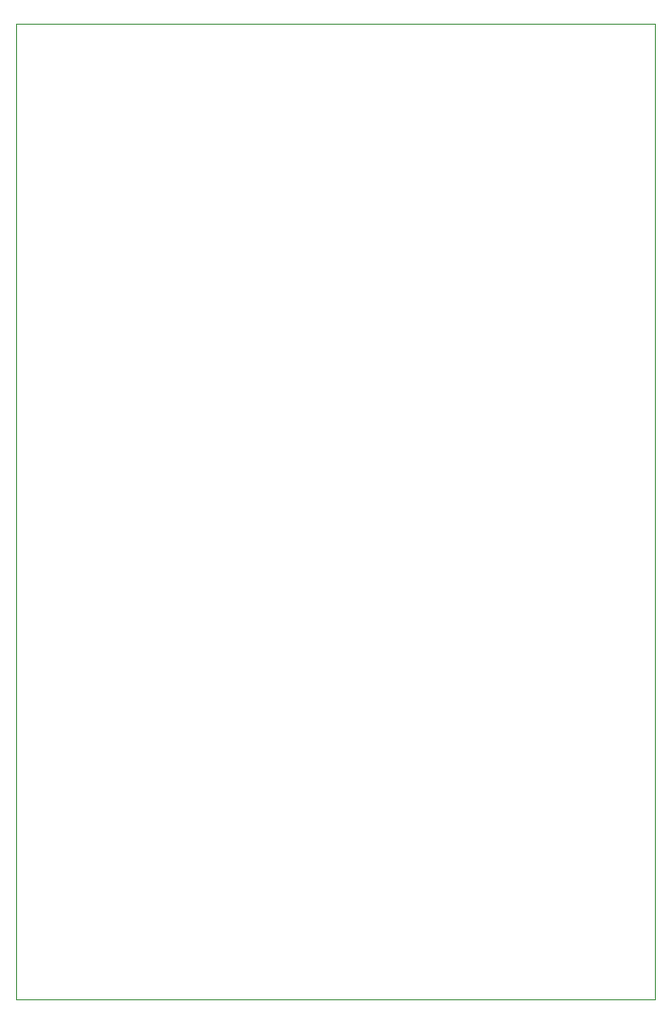
<source format=gbr>
%TF.GenerationSoftware,KiCad,Pcbnew,9.0.0*%
%TF.CreationDate,2025-09-04T18:21:01+01:00*%
%TF.ProjectId,BossCE2,426f7373-4345-4322-9e6b-696361645f70,V1.1*%
%TF.SameCoordinates,Original*%
%TF.FileFunction,Profile,NP*%
%FSLAX46Y46*%
G04 Gerber Fmt 4.6, Leading zero omitted, Abs format (unit mm)*
G04 Created by KiCad (PCBNEW 9.0.0) date 2025-09-04 18:21:01*
%MOMM*%
%LPD*%
G01*
G04 APERTURE LIST*
%TA.AperFunction,Profile*%
%ADD10C,0.050000*%
%TD*%
G04 APERTURE END LIST*
D10*
X32970000Y-43500000D02*
X90000000Y-43500000D01*
X90000000Y-130500000D01*
X32970000Y-130500000D01*
X32970000Y-43500000D01*
M02*

</source>
